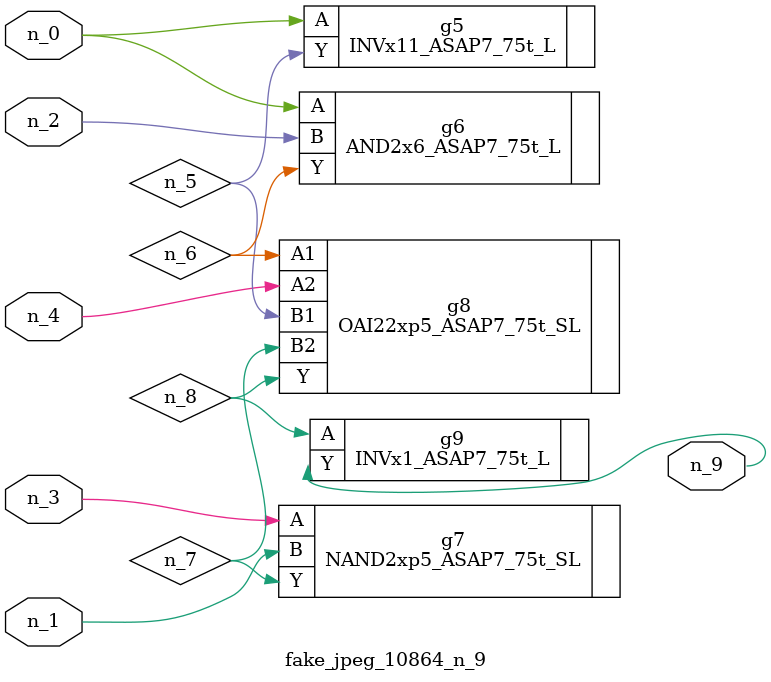
<source format=v>
module fake_jpeg_10864_n_9 (n_3, n_2, n_1, n_0, n_4, n_9);

input n_3;
input n_2;
input n_1;
input n_0;
input n_4;

output n_9;

wire n_8;
wire n_6;
wire n_5;
wire n_7;

INVx11_ASAP7_75t_L g5 ( 
.A(n_0),
.Y(n_5)
);

AND2x6_ASAP7_75t_L g6 ( 
.A(n_0),
.B(n_2),
.Y(n_6)
);

NAND2xp5_ASAP7_75t_SL g7 ( 
.A(n_3),
.B(n_1),
.Y(n_7)
);

OAI22xp5_ASAP7_75t_SL g8 ( 
.A1(n_6),
.A2(n_4),
.B1(n_5),
.B2(n_7),
.Y(n_8)
);

INVx1_ASAP7_75t_L g9 ( 
.A(n_8),
.Y(n_9)
);


endmodule
</source>
